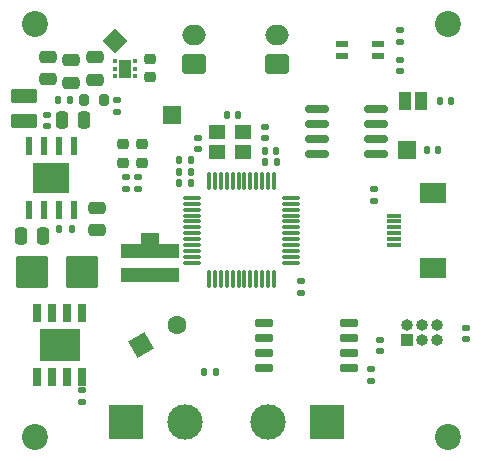
<source format=gbr>
%TF.GenerationSoftware,KiCad,Pcbnew,8.0.4*%
%TF.CreationDate,2024-12-20T14:54:41+02:00*%
%TF.ProjectId,Little Boy - External,4c697474-6c65-4204-926f-79202d204578,rev?*%
%TF.SameCoordinates,Original*%
%TF.FileFunction,Soldermask,Top*%
%TF.FilePolarity,Negative*%
%FSLAX46Y46*%
G04 Gerber Fmt 4.6, Leading zero omitted, Abs format (unit mm)*
G04 Created by KiCad (PCBNEW 8.0.4) date 2024-12-20 14:54:41*
%MOMM*%
%LPD*%
G01*
G04 APERTURE LIST*
G04 Aperture macros list*
%AMRoundRect*
0 Rectangle with rounded corners*
0 $1 Rounding radius*
0 $2 $3 $4 $5 $6 $7 $8 $9 X,Y pos of 4 corners*
0 Add a 4 corners polygon primitive as box body*
4,1,4,$2,$3,$4,$5,$6,$7,$8,$9,$2,$3,0*
0 Add four circle primitives for the rounded corners*
1,1,$1+$1,$2,$3*
1,1,$1+$1,$4,$5*
1,1,$1+$1,$6,$7*
1,1,$1+$1,$8,$9*
0 Add four rect primitives between the rounded corners*
20,1,$1+$1,$2,$3,$4,$5,0*
20,1,$1+$1,$4,$5,$6,$7,0*
20,1,$1+$1,$6,$7,$8,$9,0*
20,1,$1+$1,$8,$9,$2,$3,0*%
%AMRotRect*
0 Rectangle, with rotation*
0 The origin of the aperture is its center*
0 $1 length*
0 $2 width*
0 $3 Rotation angle, in degrees counterclockwise*
0 Add horizontal line*
21,1,$1,$2,0,0,$3*%
G04 Aperture macros list end*
%ADD10R,3.100000X2.600000*%
%ADD11R,0.600000X1.550000*%
%ADD12RoundRect,0.250000X0.850000X-0.375000X0.850000X0.375000X-0.850000X0.375000X-0.850000X-0.375000X0*%
%ADD13RoundRect,0.135000X0.135000X0.185000X-0.135000X0.185000X-0.135000X-0.185000X0.135000X-0.185000X0*%
%ADD14RoundRect,0.140000X-0.140000X-0.170000X0.140000X-0.170000X0.140000X0.170000X-0.140000X0.170000X0*%
%ADD15RoundRect,0.218750X-0.256250X0.218750X-0.256250X-0.218750X0.256250X-0.218750X0.256250X0.218750X0*%
%ADD16RoundRect,0.250000X-1.125000X-1.125000X1.125000X-1.125000X1.125000X1.125000X-1.125000X1.125000X0*%
%ADD17RoundRect,0.135000X0.185000X-0.135000X0.185000X0.135000X-0.185000X0.135000X-0.185000X-0.135000X0*%
%ADD18RoundRect,0.140000X0.140000X0.170000X-0.140000X0.170000X-0.140000X-0.170000X0.140000X-0.170000X0*%
%ADD19RoundRect,0.150000X0.650000X0.150000X-0.650000X0.150000X-0.650000X-0.150000X0.650000X-0.150000X0*%
%ADD20C,2.200000*%
%ADD21R,1.500000X1.500000*%
%ADD22RoundRect,0.250000X0.475000X-0.250000X0.475000X0.250000X-0.475000X0.250000X-0.475000X-0.250000X0*%
%ADD23R,1.400000X1.200000*%
%ADD24RoundRect,0.135000X-0.135000X-0.185000X0.135000X-0.185000X0.135000X0.185000X-0.135000X0.185000X0*%
%ADD25RoundRect,0.250000X0.250000X0.475000X-0.250000X0.475000X-0.250000X-0.475000X0.250000X-0.475000X0*%
%ADD26RoundRect,0.140000X-0.170000X0.140000X-0.170000X-0.140000X0.170000X-0.140000X0.170000X0.140000X0*%
%ADD27RotRect,1.600000X1.600000X30.000000*%
%ADD28C,1.600000*%
%ADD29RoundRect,0.250000X-0.475000X0.250000X-0.475000X-0.250000X0.475000X-0.250000X0.475000X0.250000X0*%
%ADD30RoundRect,0.093750X0.093750X0.106250X-0.093750X0.106250X-0.093750X-0.106250X0.093750X-0.106250X0*%
%ADD31R,1.000000X1.600000*%
%ADD32R,3.000000X3.000000*%
%ADD33C,3.000000*%
%ADD34RoundRect,0.150000X-0.825000X-0.150000X0.825000X-0.150000X0.825000X0.150000X-0.825000X0.150000X0*%
%ADD35R,0.650000X1.525000*%
%ADD36R,3.400000X2.710000*%
%ADD37RotRect,1.500000X1.500000X315.000000*%
%ADD38RoundRect,0.140000X0.170000X-0.140000X0.170000X0.140000X-0.170000X0.140000X-0.170000X-0.140000X0*%
%ADD39R,1.000000X1.000000*%
%ADD40O,1.000000X1.000000*%
%ADD41RoundRect,0.250000X0.750000X-0.600000X0.750000X0.600000X-0.750000X0.600000X-0.750000X-0.600000X0*%
%ADD42O,2.000000X1.700000*%
%ADD43R,5.000000X1.300000*%
%ADD44RoundRect,0.225000X0.250000X-0.225000X0.250000X0.225000X-0.250000X0.225000X-0.250000X-0.225000X0*%
%ADD45R,1.000000X1.500000*%
%ADD46RoundRect,0.147500X-0.172500X0.147500X-0.172500X-0.147500X0.172500X-0.147500X0.172500X0.147500X0*%
%ADD47R,1.300000X0.300000*%
%ADD48R,2.200000X1.800000*%
%ADD49RoundRect,0.075000X-0.075000X0.662500X-0.075000X-0.662500X0.075000X-0.662500X0.075000X0.662500X0*%
%ADD50RoundRect,0.075000X-0.662500X0.075000X-0.662500X-0.075000X0.662500X-0.075000X0.662500X0.075000X0*%
%ADD51RoundRect,0.250000X-0.250000X-0.475000X0.250000X-0.475000X0.250000X0.475000X-0.250000X0.475000X0*%
%ADD52RoundRect,0.200000X0.200000X0.275000X-0.200000X0.275000X-0.200000X-0.275000X0.200000X-0.275000X0*%
%ADD53R,1.050000X0.600000*%
G04 APERTURE END LIST*
D10*
%TO.C,U2*%
X126900000Y-58600000D03*
D11*
X124994999Y-61300001D03*
X126265000Y-61300000D03*
X127535000Y-61300000D03*
X128805000Y-61299999D03*
X128805001Y-55899999D03*
X127535000Y-55900000D03*
X126265000Y-55900000D03*
X124995000Y-55900001D03*
%TD*%
D12*
%TO.C,L2*%
X124624999Y-53775000D03*
X124625001Y-51625000D03*
%TD*%
D13*
%TO.C,R5*%
X128510001Y-51950000D03*
X127490001Y-51949998D03*
%TD*%
D14*
%TO.C,C2*%
X145000000Y-56250000D03*
X145960000Y-56250000D03*
%TD*%
D15*
%TO.C,D1*%
X134549999Y-55712498D03*
X134550001Y-57287502D03*
%TD*%
D16*
%TO.C,J11*%
X129500000Y-66500000D03*
%TD*%
D17*
%TO.C,R7*%
X132499999Y-52950000D03*
X132500001Y-51930000D03*
%TD*%
D18*
%TO.C,C6*%
X138709999Y-58029998D03*
X137749999Y-58029998D03*
%TD*%
%TO.C,C13*%
X140819411Y-75000000D03*
X139859411Y-75000000D03*
%TD*%
D19*
%TO.C,U6*%
X152099998Y-74655000D03*
X152100000Y-73385000D03*
X152100000Y-72115000D03*
X152100001Y-70845001D03*
X144900002Y-70845000D03*
X144900000Y-72115000D03*
X144900000Y-73385000D03*
X144899999Y-74654999D03*
%TD*%
D20*
%TO.C,H12*%
X160500000Y-45500000D03*
%TD*%
D21*
%TO.C,J1*%
X137100000Y-53200000D03*
%TD*%
D22*
%TO.C,C21*%
X130637497Y-50259178D03*
X130637497Y-48359178D03*
%TD*%
D23*
%TO.C,Y1*%
X140900000Y-56350000D03*
X143100001Y-56349999D03*
X143100000Y-54650000D03*
X140899999Y-54650001D03*
%TD*%
D24*
%TO.C,R12*%
X127590000Y-62850000D03*
X128610000Y-62850000D03*
%TD*%
D25*
%TO.C,C15*%
X126200000Y-63449999D03*
X124300000Y-63449999D03*
%TD*%
D20*
%TO.C,H3*%
X125500000Y-45500000D03*
%TD*%
D26*
%TO.C,C25*%
X154750000Y-72270000D03*
X154750000Y-73230000D03*
%TD*%
D27*
%TO.C,C8*%
X134468912Y-72749999D03*
D28*
X137500000Y-71000000D03*
%TD*%
D18*
%TO.C,C7*%
X138709997Y-57029997D03*
X137749997Y-57029997D03*
%TD*%
D21*
%TO.C,J2*%
X157000447Y-56207499D03*
%TD*%
D29*
%TO.C,C20*%
X126600000Y-48300000D03*
X126600000Y-50200000D03*
%TD*%
D30*
%TO.C,U4*%
X134025001Y-49959177D03*
X134025001Y-49309177D03*
X134025001Y-48659177D03*
X132250001Y-48659177D03*
X132250001Y-49309177D03*
X132250001Y-49959177D03*
D31*
X133137501Y-49309177D03*
%TD*%
D32*
%TO.C,J9*%
X150249999Y-79250002D03*
D33*
X145249999Y-79250002D03*
%TD*%
D34*
%TO.C,U3*%
X149425001Y-52744999D03*
X149425000Y-54015000D03*
X149425000Y-55285000D03*
X149425002Y-56555002D03*
X154374999Y-56555001D03*
X154375000Y-55285000D03*
X154375000Y-54015000D03*
X154374998Y-52744998D03*
%TD*%
D29*
%TO.C,C19*%
X128600000Y-48600000D03*
X128600000Y-50500000D03*
%TD*%
D35*
%TO.C,U7*%
X125690002Y-75424002D03*
X126960001Y-75424001D03*
X128230001Y-75424001D03*
X129500003Y-75424002D03*
X129500000Y-70000000D03*
X128230001Y-70000001D03*
X126960001Y-70000001D03*
X125689999Y-70000000D03*
D36*
X127595001Y-72712001D03*
%TD*%
D17*
%TO.C,R11*%
X153999999Y-75760000D03*
X154000001Y-74740000D03*
%TD*%
D37*
%TO.C,J12*%
X132250000Y-47000000D03*
%TD*%
D15*
%TO.C,D2*%
X132949999Y-55712495D03*
X132950001Y-57287499D03*
%TD*%
D38*
%TO.C,C27*%
X156400000Y-49508237D03*
X156400000Y-48548237D03*
%TD*%
D39*
%TO.C,SWD*%
X156979999Y-72250000D03*
D40*
X156979999Y-70979999D03*
X158250000Y-72250000D03*
X158249999Y-70980002D03*
X159520000Y-72250001D03*
X159519998Y-70980000D03*
%TD*%
D32*
%TO.C,J8*%
X133250000Y-79250000D03*
D33*
X138250000Y-79250000D03*
%TD*%
D41*
%TO.C,J13*%
X138972499Y-48955001D03*
D42*
X138972500Y-46455001D03*
%TD*%
D18*
%TO.C,C5*%
X138710000Y-59000000D03*
X137750000Y-59000000D03*
%TD*%
D16*
%TO.C,J10*%
X125250000Y-66500000D03*
%TD*%
D41*
%TO.C,J14*%
X145972498Y-48955001D03*
D42*
X145972497Y-46455001D03*
%TD*%
D38*
%TO.C,C9*%
X154250000Y-60480000D03*
X154250000Y-59520000D03*
%TD*%
D21*
%TO.C,J17*%
X135250000Y-64000000D03*
%TD*%
D43*
%TO.C,R4*%
X135250000Y-64725001D03*
X135250002Y-66774999D03*
%TD*%
D20*
%TO.C,H2*%
X160500000Y-80500000D03*
%TD*%
D17*
%TO.C,R2*%
X134249999Y-59509998D03*
X134250001Y-58489998D03*
%TD*%
D44*
%TO.C,C22*%
X135250000Y-50025000D03*
X135250000Y-48475000D03*
%TD*%
D14*
%TO.C,C4*%
X145020000Y-57250000D03*
X145980000Y-57250000D03*
%TD*%
D45*
%TO.C,JP1*%
X158170448Y-52080002D03*
X156870448Y-52080002D03*
%TD*%
D38*
%TO.C,C26*%
X156400003Y-47028237D03*
X156400003Y-46068237D03*
%TD*%
%TO.C,C12*%
X129500000Y-77500000D03*
X129500000Y-76540000D03*
%TD*%
D14*
%TO.C,C17*%
X158720448Y-56157502D03*
X159680448Y-56157502D03*
%TD*%
D46*
%TO.C,L1*%
X145000000Y-54250000D03*
X145000000Y-55219996D03*
%TD*%
D14*
%TO.C,R8*%
X159790449Y-52080002D03*
X160750449Y-52080002D03*
%TD*%
D38*
%TO.C,C10*%
X162004999Y-72210000D03*
X162004999Y-71250000D03*
%TD*%
D47*
%TO.C,J5*%
X155950000Y-64250000D03*
X155950001Y-63750000D03*
X155949998Y-63249999D03*
X155950000Y-62750001D03*
X155949999Y-62249999D03*
X155950000Y-61750000D03*
D48*
X159200000Y-66150000D03*
X159200002Y-59849999D03*
%TD*%
D38*
%TO.C,C18*%
X126500000Y-54180001D03*
X126500000Y-53220001D03*
%TD*%
D17*
%TO.C,R1*%
X148049999Y-68310000D03*
X148050001Y-67290000D03*
%TD*%
D49*
%TO.C,U1*%
X145749999Y-58837499D03*
X145249999Y-58837500D03*
X144749997Y-58837498D03*
X144250002Y-58837501D03*
X143750000Y-58837500D03*
X143249999Y-58837498D03*
X142750000Y-58837500D03*
X142250000Y-58837500D03*
X141750000Y-58837502D03*
X141250000Y-58837501D03*
X140750000Y-58837502D03*
X140250001Y-58837499D03*
D50*
X138837499Y-60250001D03*
X138837500Y-60750001D03*
X138837498Y-61250003D03*
X138837501Y-61749998D03*
X138837500Y-62250000D03*
X138837498Y-62750001D03*
X138837500Y-63250000D03*
X138837500Y-63750000D03*
X138837502Y-64250000D03*
X138837501Y-64750000D03*
X138837502Y-65250000D03*
X138837499Y-65749999D03*
D49*
X140250001Y-67162501D03*
X140750001Y-67162500D03*
X141250003Y-67162502D03*
X141749998Y-67162499D03*
X142250000Y-67162500D03*
X142750001Y-67162502D03*
X143250000Y-67162500D03*
X143750000Y-67162500D03*
X144250000Y-67162498D03*
X144750000Y-67162499D03*
X145250000Y-67162498D03*
X145749999Y-67162501D03*
D50*
X147162501Y-65749999D03*
X147162500Y-65249999D03*
X147162502Y-64749997D03*
X147162499Y-64250002D03*
X147162500Y-63750000D03*
X147162502Y-63249999D03*
X147162500Y-62750000D03*
X147162500Y-62250000D03*
X147162498Y-61750000D03*
X147162499Y-61250000D03*
X147162498Y-60750000D03*
X147162501Y-60250001D03*
%TD*%
D17*
%TO.C,R3*%
X133249999Y-59509998D03*
X133250001Y-58489998D03*
%TD*%
D22*
%TO.C,C14*%
X130750000Y-63000000D03*
X130750000Y-61100000D03*
%TD*%
D51*
%TO.C,C16*%
X127800000Y-53700000D03*
X129700000Y-53700000D03*
%TD*%
D20*
%TO.C,H6*%
X125500000Y-80500000D03*
%TD*%
D18*
%TO.C,C1*%
X142710000Y-53250000D03*
X141750000Y-53250000D03*
%TD*%
D52*
%TO.C,R6*%
X131325000Y-51950000D03*
X129675000Y-51950000D03*
%TD*%
D53*
%TO.C,FL1*%
X151475000Y-47250000D03*
X151475000Y-48250000D03*
X154525000Y-48250000D03*
X154525000Y-47250000D03*
%TD*%
D38*
%TO.C,C3*%
X139350000Y-56130000D03*
X139350000Y-55170000D03*
%TD*%
M02*

</source>
